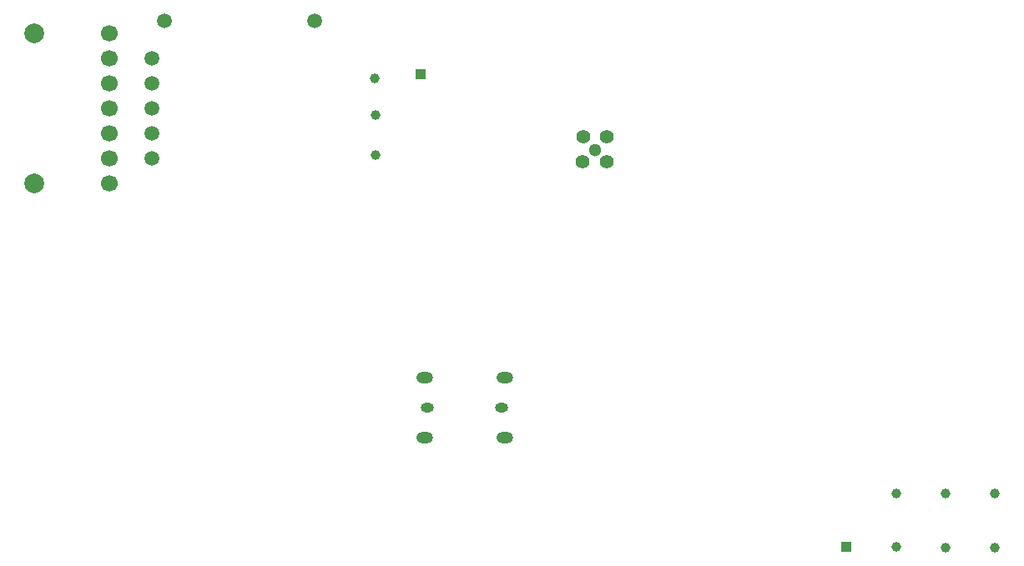
<source format=gts>
%TF.GenerationSoftware,KiCad,Pcbnew,8.0.8*%
%TF.CreationDate,2025-02-16T18:41:10+09:00*%
%TF.ProjectId,PCB,5043422e-6b69-4636-9164-5f7063625858,rev?*%
%TF.SameCoordinates,Original*%
%TF.FileFunction,Soldermask,Top*%
%TF.FilePolarity,Negative*%
%FSLAX46Y46*%
G04 Gerber Fmt 4.6, Leading zero omitted, Abs format (unit mm)*
G04 Created by KiCad (PCBNEW 8.0.8) date 2025-02-16 18:41:10*
%MOMM*%
%LPD*%
G01*
G04 APERTURE LIST*
%ADD10C,1.000000*%
%ADD11R,1.000000X1.000000*%
%ADD12C,1.400000*%
%ADD13C,1.300000*%
%ADD14C,2.000000*%
%ADD15C,1.700000*%
%ADD16C,1.500000*%
%ADD17O,1.700000X1.200000*%
%ADD18O,1.350000X0.950000*%
G04 APERTURE END LIST*
D10*
%TO.C,TP2*%
X179000000Y-102400000D03*
%TD*%
%TO.C,TP10*%
X126200000Y-62600000D03*
%TD*%
%TO.C,TP3*%
X184000000Y-102500000D03*
%TD*%
D11*
%TO.C,TP11*%
X130800000Y-54400000D03*
%TD*%
D10*
%TO.C,TP8*%
X126100000Y-54800000D03*
%TD*%
%TO.C,TP4*%
X189000000Y-102500000D03*
%TD*%
%TO.C,TP5*%
X179000000Y-97000000D03*
%TD*%
D12*
%TO.C,U4*%
X149650000Y-63300000D03*
X149650000Y-60800000D03*
D13*
X148450000Y-62100000D03*
D12*
X147250000Y-60800000D03*
X147200000Y-63300000D03*
%TD*%
D14*
%TO.C,U1*%
X91580000Y-50260000D03*
X91580000Y-65500000D03*
D15*
X99200000Y-50260000D03*
X99200000Y-52800000D03*
X99200000Y-55340000D03*
X99200000Y-57880000D03*
X99200000Y-60420000D03*
X99200000Y-62960000D03*
X99200000Y-65500000D03*
%TD*%
D10*
%TO.C,TP7*%
X189000000Y-97000000D03*
%TD*%
%TO.C,TP6*%
X184000000Y-97000000D03*
%TD*%
D11*
%TO.C,TP1*%
X174000000Y-102400000D03*
%TD*%
D16*
%TO.C,U5*%
X120000000Y-49000000D03*
X104760000Y-49000000D03*
X103490000Y-52810000D03*
X103490000Y-55350000D03*
X103490000Y-57890000D03*
X103490000Y-60430000D03*
X103490000Y-62970000D03*
%TD*%
D10*
%TO.C,TP9*%
X126200000Y-58600000D03*
%TD*%
D17*
%TO.C,J1*%
X139350000Y-91370000D03*
X139350000Y-85230000D03*
D18*
X139025000Y-88300000D03*
X131475000Y-88300000D03*
D17*
X131240000Y-91370000D03*
X131240000Y-85230000D03*
%TD*%
M02*

</source>
